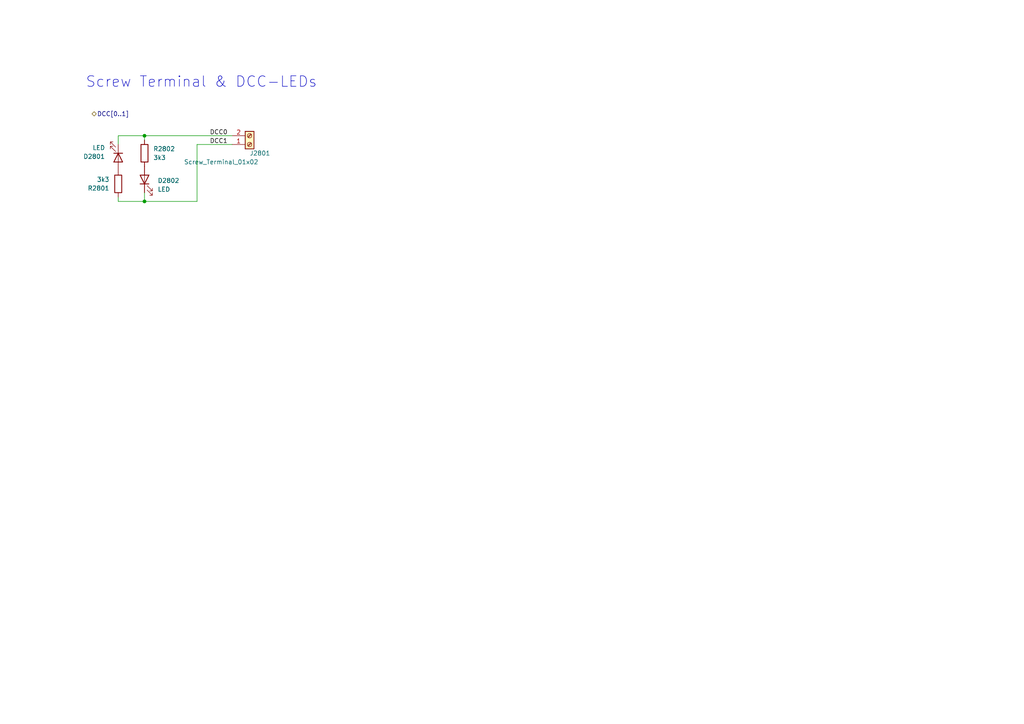
<source format=kicad_sch>
(kicad_sch (version 20231120) (generator "eeschema") (generator_version "8.0")
  (paper "A4")
  (lib_symbols
    (symbol "Connector:Screw_Terminal_01x02" (pin_names (offset 1.016) hide)
      (property "Reference" "J" (at 0 2.54 0))
      (property "Value" "Screw_Terminal_01x02" (at 0 -5.08 0))
      (symbol "Screw_Terminal_01x02_1_1"
        (rectangle (start -1.27 1.27) (end 1.27 -3.81) (stroke (width 0.254)) (fill (type background)))
        (circle (center 0 -2.54) (radius 0.635) (stroke (width 0.1524)))
        (polyline (pts (xy -0.5334 -2.2098) (xy 0.3302 -3.048)) (stroke (width 0.1524)))
        (polyline (pts (xy -0.5334 0.3302) (xy 0.3302 -0.508)) (stroke (width 0.1524)))
        (polyline (pts (xy -0.3556 -2.032) (xy 0.508 -2.8702)) (stroke (width 0.1524)))
        (polyline (pts (xy -0.3556 0.508) (xy 0.508 -0.3302)) (stroke (width 0.1524)))
        (circle (center 0 0) (radius 0.635) (stroke (width 0.1524)))
        (pin passive line (at -5.08 0 0) (length 3.81) (name "Pin_1") (number "1"))
        (pin passive line (at -5.08 -2.54 0) (length 3.81) (name "Pin_2") (number "2"))
      )
    )
    (symbol "Device:LED" (pin_numbers hide) (pin_names (offset 1.016) hide)
      (property "Reference" "D" (at 0 2.54 0))
      (property "Value" "LED" (at 0 -2.54 0))
      (symbol "LED_0_1"
        (polyline (pts (xy -1.27 -1.27) (xy -1.27 1.27)) (stroke (width 0.254)))
        (polyline (pts (xy -1.27 0) (xy 1.27 0)))
        (polyline (pts (xy 1.27 -1.27) (xy 1.27 1.27) (xy -1.27 0) (xy 1.27 -1.27)) (stroke (width 0.254)))
        (polyline (pts (xy -3.048 -0.762) (xy -4.572 -2.286) (xy -3.81 -2.286) (xy -4.572 -2.286) (xy -4.572 -1.524)))
        (polyline (pts (xy -1.778 -0.762) (xy -3.302 -2.286) (xy -2.54 -2.286) (xy -3.302 -2.286) (xy -3.302 -1.524)))
      )
      (symbol "LED_1_1"
        (pin passive line (at -3.81 0 0) (length 2.54) (name "K") (number "1"))
        (pin passive line (at 3.81 0 180) (length 2.54) (name "A") (number "2"))
      )
    )
    (symbol "Device:R" (pin_numbers hide) (pin_names (offset 0))
      (property "Reference" "R" (at 2.032 0 90))
      (property "Value" "R" (at 0 0 90))
      (symbol "R_0_1"
        (rectangle (start -1.016 -2.54) (end 1.016 2.54) (stroke (width 0.254)))
      )
      (symbol "R_1_1"
        (pin passive line (at 0 3.81 270) (length 1.27) (name "~") (number "1"))
        (pin passive line (at 0 -3.81 90) (length 1.27) (name "~") (number "2"))
      )
    )
  )
  (junction (at 41.91 58.42))
  (junction (at 41.91 39.37))
  (wire (pts (xy 34.29 39.37) (xy 41.91 39.37)))
  (wire (pts (xy 41.91 58.42) (xy 34.29 58.42)))
  (wire (pts (xy 67.31 41.91) (xy 57.15 41.91)))
  (wire (pts (xy 34.29 58.42) (xy 34.29 57.15)))
  (wire (pts (xy 57.15 41.91) (xy 57.15 58.42)))
  (wire (pts (xy 41.91 39.37) (xy 41.91 40.64)))
  (wire (pts (xy 67.31 39.37) (xy 41.91 39.37)))
  (wire (pts (xy 57.15 58.42) (xy 41.91 58.42)))
  (wire (pts (xy 34.29 39.37) (xy 34.29 41.91)))
  (wire (pts (xy 41.91 58.42) (xy 41.91 55.88)))
  (text "Screw Terminal & DCC-LEDs" (at 58.42 23.876 0) (effects (font (size 3.048 3.048))))
  (label "DCC0" (at 66.04 39.37 180))
  (label "DCC1" (at 66.04 41.91 180))
  (hierarchical_label "DCC[0..1]" (shape bidirectional) (at 26.67 33.02 0))
  (symbol (lib_id "Connector:Screw_Terminal_01x02") (at 72.39 41.91 0) (mirror x) (unit 1)
    (property "Reference" "J2801" (at 72.39 44.45 0) (effects (justify left)))
    (property "Value" "Screw_Terminal_01x02" (at 53.34 46.99 0) (effects (justify left)))
    (property "Footprint" "TerminalBlock:TerminalBlock_bornier-2_P5.08mm" (effects (hide yes)))
    (property "Description" "Generic screw terminal, single row, 01x02, script generated (kicad-library-utils/schlib/autogen/connector/)" (effects (hide yes)))
    (property "OLI_ID" "Spring_Terminal_01x02" (effects (hide yes)))
    (instances (project "xDuinoRail-Debug" (path "" (reference "J2801") (unit 1)) (path "" (reference "J2601") (unit 1)) (path "" (reference "J2701") (unit 1))))
  )
  (symbol (lib_id "Device:LED") (at 34.29 45.72 270) (unit 1)
    (property "Reference" "D2801" (at 30.48 45.4025 90) (effects (justify right)))
    (property "Value" "LED" (at 30.48 42.8625 90) (effects (justify right)))
    (property "Footprint" "LED_SMD:LED_0603_1608Metric_Pad1.05x0.95mm_HandSolder" (effects (hide yes)))
    (property "Description" "Light emitting diode" (effects (hide yes)))
    (property "OLI_ID" "LED-RED_0603" (effects (hide yes)))
    (instances (project "xDuinoRail-Debug" (path "" (reference "D2801") (unit 1)) (path "" (reference "D2601") (unit 1)) (path "" (reference "D2701") (unit 1))))
  )
  (symbol (lib_id "Device:R") (at 41.91 44.45 0) (unit 1)
    (property "Reference" "R2802" (at 44.45 43.18 0) (effects (justify left)))
    (property "Value" "3k3" (at 44.45 45.72 0) (effects (justify left)))
    (property "Footprint" "Resistor_SMD:R_0805_2012Metric_Pad1.20x1.40mm_HandSolder" (effects (hide yes)))
    (property "Description" "Resistor" (effects (hide yes)))
    (property "OLI_ID" "3k3_0805" (effects (hide yes)))
    (instances (project "xDuinoRail-Debug" (path "" (reference "R2802") (unit 1)) (path "" (reference "R2602") (unit 1)) (path "" (reference "R2702") (unit 1))))
  )
  (symbol (lib_id "Device:R") (at 34.29 53.34 180) (unit 1)
    (property "Reference" "R2801" (at 31.75 54.61 0) (effects (justify left)))
    (property "Value" "3k3" (at 31.75 52.07 0) (effects (justify left)))
    (property "Footprint" "Resistor_SMD:R_0805_2012Metric_Pad1.20x1.40mm_HandSolder" (effects (hide yes)))
    (property "Description" "Resistor" (effects (hide yes)))
    (property "OLI_ID" "3k3_0805" (effects (hide yes)))
    (instances (project "xDuinoRail-Debug" (path "" (reference "R2801") (unit 1)) (path "" (reference "R2601") (unit 1)) (path "" (reference "R2701") (unit 1))))
  )
  (symbol (lib_id "Device:LED") (at 41.91 52.07 90) (unit 1)
    (property "Reference" "D2802" (at 45.72 52.3875 90) (effects (justify right)))
    (property "Value" "LED" (at 45.72 54.9275 90) (effects (justify right)))
    (property "Footprint" "LED_SMD:LED_0603_1608Metric_Pad1.05x0.95mm_HandSolder" (effects (hide yes)))
    (property "Description" "Light emitting diode" (effects (hide yes)))
    (property "OLI_ID" "LED-RED_0603" (effects (hide yes)))
    (instances (project "xDuinoRail-Debug" (path "" (reference "D2802") (unit 1)) (path "" (reference "D2602") (unit 1)) (path "" (reference "D2702") (unit 1))))
  )
)
</source>
